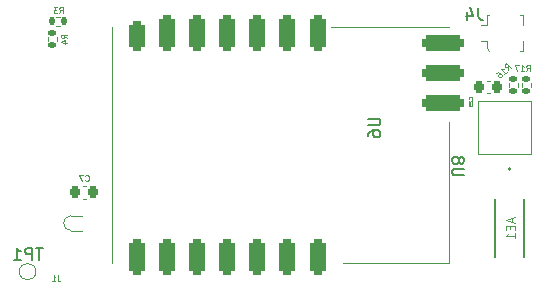
<source format=gbo>
G04 #@! TF.GenerationSoftware,KiCad,Pcbnew,7.0.5-0*
G04 #@! TF.CreationDate,2023-09-26T15:29:12-04:00*
G04 #@! TF.ProjectId,Rudolph_Tracker,5275646f-6c70-4685-9f54-7261636b6572,rev?*
G04 #@! TF.SameCoordinates,Original*
G04 #@! TF.FileFunction,Legend,Bot*
G04 #@! TF.FilePolarity,Positive*
%FSLAX46Y46*%
G04 Gerber Fmt 4.6, Leading zero omitted, Abs format (unit mm)*
G04 Created by KiCad (PCBNEW 7.0.5-0) date 2023-09-26 15:29:12*
%MOMM*%
%LPD*%
G01*
G04 APERTURE LIST*
G04 Aperture macros list*
%AMRoundRect*
0 Rectangle with rounded corners*
0 $1 Rounding radius*
0 $2 $3 $4 $5 $6 $7 $8 $9 X,Y pos of 4 corners*
0 Add a 4 corners polygon primitive as box body*
4,1,4,$2,$3,$4,$5,$6,$7,$8,$9,$2,$3,0*
0 Add four circle primitives for the rounded corners*
1,1,$1+$1,$2,$3*
1,1,$1+$1,$4,$5*
1,1,$1+$1,$6,$7*
1,1,$1+$1,$8,$9*
0 Add four rect primitives between the rounded corners*
20,1,$1+$1,$2,$3,$4,$5,0*
20,1,$1+$1,$4,$5,$6,$7,0*
20,1,$1+$1,$6,$7,$8,$9,0*
20,1,$1+$1,$8,$9,$2,$3,0*%
G04 Aperture macros list end*
%ADD10C,0.150000*%
%ADD11C,0.125000*%
%ADD12C,0.075000*%
%ADD13C,0.120000*%
%ADD14C,0.100000*%
%ADD15C,0.650000*%
%ADD16O,1.000000X2.100000*%
%ADD17O,1.000000X1.800000*%
%ADD18R,1.000000X1.000000*%
%ADD19R,2.200000X1.050000*%
%ADD20C,1.000000*%
%ADD21RoundRect,0.135000X-0.185000X0.135000X-0.185000X-0.135000X0.185000X-0.135000X0.185000X0.135000X0*%
%ADD22RoundRect,0.322500X0.322500X-1.177500X0.322500X1.177500X-0.322500X1.177500X-0.322500X-1.177500X0*%
%ADD23RoundRect,0.325000X0.325000X-1.175000X0.325000X1.175000X-0.325000X1.175000X-0.325000X-1.175000X0*%
%ADD24RoundRect,0.325000X0.325000X-0.925000X0.325000X0.925000X-0.325000X0.925000X-0.325000X-0.925000X0*%
%ADD25RoundRect,0.325000X-1.425000X-0.325000X1.425000X-0.325000X1.425000X0.325000X-1.425000X0.325000X0*%
%ADD26RoundRect,0.225000X-0.225000X-0.250000X0.225000X-0.250000X0.225000X0.250000X-0.225000X0.250000X0*%
%ADD27C,0.700000*%
%ADD28C,0.500000*%
%ADD29O,1.500000X0.800000*%
%ADD30C,0.270000*%
%ADD31R,2.259800X1.362800*%
%ADD32RoundRect,0.135000X0.135000X0.185000X-0.135000X0.185000X-0.135000X-0.185000X0.135000X-0.185000X0*%
%ADD33RoundRect,0.225000X0.225000X0.250000X-0.225000X0.250000X-0.225000X-0.250000X0.225000X-0.250000X0*%
%ADD34RoundRect,0.135000X0.185000X-0.135000X0.185000X0.135000X-0.185000X0.135000X-0.185000X-0.135000X0*%
G04 APERTURE END LIST*
D10*
X109233333Y-108054819D02*
X109233333Y-108769104D01*
X109233333Y-108769104D02*
X109280952Y-108911961D01*
X109280952Y-108911961D02*
X109376190Y-109007200D01*
X109376190Y-109007200D02*
X109519047Y-109054819D01*
X109519047Y-109054819D02*
X109614285Y-109054819D01*
X108328571Y-108388152D02*
X108328571Y-109054819D01*
X108566666Y-108007200D02*
X108804761Y-108721485D01*
X108804761Y-108721485D02*
X108185714Y-108721485D01*
X72361904Y-128406819D02*
X71790476Y-128406819D01*
X72076190Y-129406819D02*
X72076190Y-128406819D01*
X71457142Y-129406819D02*
X71457142Y-128406819D01*
X71457142Y-128406819D02*
X71076190Y-128406819D01*
X71076190Y-128406819D02*
X70980952Y-128454438D01*
X70980952Y-128454438D02*
X70933333Y-128502057D01*
X70933333Y-128502057D02*
X70885714Y-128597295D01*
X70885714Y-128597295D02*
X70885714Y-128740152D01*
X70885714Y-128740152D02*
X70933333Y-128835390D01*
X70933333Y-128835390D02*
X70980952Y-128883009D01*
X70980952Y-128883009D02*
X71076190Y-128930628D01*
X71076190Y-128930628D02*
X71457142Y-128930628D01*
X69933333Y-129406819D02*
X70504761Y-129406819D01*
X70219047Y-129406819D02*
X70219047Y-128406819D01*
X70219047Y-128406819D02*
X70314285Y-128549676D01*
X70314285Y-128549676D02*
X70409523Y-128644914D01*
X70409523Y-128644914D02*
X70504761Y-128692533D01*
D11*
X113321428Y-113424809D02*
X113488094Y-113186714D01*
X113607142Y-113424809D02*
X113607142Y-112924809D01*
X113607142Y-112924809D02*
X113416666Y-112924809D01*
X113416666Y-112924809D02*
X113369047Y-112948619D01*
X113369047Y-112948619D02*
X113345237Y-112972428D01*
X113345237Y-112972428D02*
X113321428Y-113020047D01*
X113321428Y-113020047D02*
X113321428Y-113091476D01*
X113321428Y-113091476D02*
X113345237Y-113139095D01*
X113345237Y-113139095D02*
X113369047Y-113162904D01*
X113369047Y-113162904D02*
X113416666Y-113186714D01*
X113416666Y-113186714D02*
X113607142Y-113186714D01*
X112845237Y-113424809D02*
X113130951Y-113424809D01*
X112988094Y-113424809D02*
X112988094Y-112924809D01*
X112988094Y-112924809D02*
X113035713Y-112996238D01*
X113035713Y-112996238D02*
X113083332Y-113043857D01*
X113083332Y-113043857D02*
X113130951Y-113067666D01*
X112678571Y-112924809D02*
X112345238Y-112924809D01*
X112345238Y-112924809D02*
X112559523Y-113424809D01*
D10*
X108045180Y-122261904D02*
X107235657Y-122261904D01*
X107235657Y-122261904D02*
X107140419Y-122214285D01*
X107140419Y-122214285D02*
X107092800Y-122166666D01*
X107092800Y-122166666D02*
X107045180Y-122071428D01*
X107045180Y-122071428D02*
X107045180Y-121880952D01*
X107045180Y-121880952D02*
X107092800Y-121785714D01*
X107092800Y-121785714D02*
X107140419Y-121738095D01*
X107140419Y-121738095D02*
X107235657Y-121690476D01*
X107235657Y-121690476D02*
X108045180Y-121690476D01*
X107616609Y-121071428D02*
X107664228Y-121166666D01*
X107664228Y-121166666D02*
X107711847Y-121214285D01*
X107711847Y-121214285D02*
X107807085Y-121261904D01*
X107807085Y-121261904D02*
X107854704Y-121261904D01*
X107854704Y-121261904D02*
X107949942Y-121214285D01*
X107949942Y-121214285D02*
X107997561Y-121166666D01*
X107997561Y-121166666D02*
X108045180Y-121071428D01*
X108045180Y-121071428D02*
X108045180Y-120880952D01*
X108045180Y-120880952D02*
X107997561Y-120785714D01*
X107997561Y-120785714D02*
X107949942Y-120738095D01*
X107949942Y-120738095D02*
X107854704Y-120690476D01*
X107854704Y-120690476D02*
X107807085Y-120690476D01*
X107807085Y-120690476D02*
X107711847Y-120738095D01*
X107711847Y-120738095D02*
X107664228Y-120785714D01*
X107664228Y-120785714D02*
X107616609Y-120880952D01*
X107616609Y-120880952D02*
X107616609Y-121071428D01*
X107616609Y-121071428D02*
X107568990Y-121166666D01*
X107568990Y-121166666D02*
X107521371Y-121214285D01*
X107521371Y-121214285D02*
X107426133Y-121261904D01*
X107426133Y-121261904D02*
X107235657Y-121261904D01*
X107235657Y-121261904D02*
X107140419Y-121214285D01*
X107140419Y-121214285D02*
X107092800Y-121166666D01*
X107092800Y-121166666D02*
X107045180Y-121071428D01*
X107045180Y-121071428D02*
X107045180Y-120880952D01*
X107045180Y-120880952D02*
X107092800Y-120785714D01*
X107092800Y-120785714D02*
X107140419Y-120738095D01*
X107140419Y-120738095D02*
X107235657Y-120690476D01*
X107235657Y-120690476D02*
X107426133Y-120690476D01*
X107426133Y-120690476D02*
X107521371Y-120738095D01*
X107521371Y-120738095D02*
X107568990Y-120785714D01*
X107568990Y-120785714D02*
X107616609Y-120880952D01*
D12*
X108706314Y-115807143D02*
X108720600Y-115792857D01*
X108720600Y-115792857D02*
X108734885Y-115750000D01*
X108734885Y-115750000D02*
X108734885Y-115721428D01*
X108734885Y-115721428D02*
X108720600Y-115678571D01*
X108720600Y-115678571D02*
X108692028Y-115650000D01*
X108692028Y-115650000D02*
X108663457Y-115635714D01*
X108663457Y-115635714D02*
X108606314Y-115621428D01*
X108606314Y-115621428D02*
X108563457Y-115621428D01*
X108563457Y-115621428D02*
X108506314Y-115635714D01*
X108506314Y-115635714D02*
X108477742Y-115650000D01*
X108477742Y-115650000D02*
X108449171Y-115678571D01*
X108449171Y-115678571D02*
X108434885Y-115721428D01*
X108434885Y-115721428D02*
X108434885Y-115750000D01*
X108434885Y-115750000D02*
X108449171Y-115792857D01*
X108449171Y-115792857D02*
X108463457Y-115807143D01*
X108463457Y-115921428D02*
X108449171Y-115935714D01*
X108449171Y-115935714D02*
X108434885Y-115964286D01*
X108434885Y-115964286D02*
X108434885Y-116035714D01*
X108434885Y-116035714D02*
X108449171Y-116064286D01*
X108449171Y-116064286D02*
X108463457Y-116078571D01*
X108463457Y-116078571D02*
X108492028Y-116092857D01*
X108492028Y-116092857D02*
X108520600Y-116092857D01*
X108520600Y-116092857D02*
X108563457Y-116078571D01*
X108563457Y-116078571D02*
X108734885Y-115907143D01*
X108734885Y-115907143D02*
X108734885Y-116092857D01*
X108434885Y-116364285D02*
X108434885Y-116221428D01*
X108434885Y-116221428D02*
X108577742Y-116207142D01*
X108577742Y-116207142D02*
X108563457Y-116221428D01*
X108563457Y-116221428D02*
X108549171Y-116250000D01*
X108549171Y-116250000D02*
X108549171Y-116321428D01*
X108549171Y-116321428D02*
X108563457Y-116350000D01*
X108563457Y-116350000D02*
X108577742Y-116364285D01*
X108577742Y-116364285D02*
X108606314Y-116378571D01*
X108606314Y-116378571D02*
X108677742Y-116378571D01*
X108677742Y-116378571D02*
X108706314Y-116364285D01*
X108706314Y-116364285D02*
X108720600Y-116350000D01*
X108720600Y-116350000D02*
X108734885Y-116321428D01*
X108734885Y-116321428D02*
X108734885Y-116250000D01*
X108734885Y-116250000D02*
X108720600Y-116221428D01*
X108720600Y-116221428D02*
X108706314Y-116207142D01*
D11*
X73666666Y-130724809D02*
X73666666Y-131081952D01*
X73666666Y-131081952D02*
X73690475Y-131153380D01*
X73690475Y-131153380D02*
X73738094Y-131201000D01*
X73738094Y-131201000D02*
X73809523Y-131224809D01*
X73809523Y-131224809D02*
X73857142Y-131224809D01*
X73166666Y-131224809D02*
X73452380Y-131224809D01*
X73309523Y-131224809D02*
X73309523Y-130724809D01*
X73309523Y-130724809D02*
X73357142Y-130796238D01*
X73357142Y-130796238D02*
X73404761Y-130843857D01*
X73404761Y-130843857D02*
X73452380Y-130867666D01*
D10*
X99954819Y-117438095D02*
X100764342Y-117438095D01*
X100764342Y-117438095D02*
X100859580Y-117485714D01*
X100859580Y-117485714D02*
X100907200Y-117533333D01*
X100907200Y-117533333D02*
X100954819Y-117628571D01*
X100954819Y-117628571D02*
X100954819Y-117819047D01*
X100954819Y-117819047D02*
X100907200Y-117914285D01*
X100907200Y-117914285D02*
X100859580Y-117961904D01*
X100859580Y-117961904D02*
X100764342Y-118009523D01*
X100764342Y-118009523D02*
X99954819Y-118009523D01*
X99954819Y-118914285D02*
X99954819Y-118723809D01*
X99954819Y-118723809D02*
X100002438Y-118628571D01*
X100002438Y-118628571D02*
X100050057Y-118580952D01*
X100050057Y-118580952D02*
X100192914Y-118485714D01*
X100192914Y-118485714D02*
X100383390Y-118438095D01*
X100383390Y-118438095D02*
X100764342Y-118438095D01*
X100764342Y-118438095D02*
X100859580Y-118485714D01*
X100859580Y-118485714D02*
X100907200Y-118533333D01*
X100907200Y-118533333D02*
X100954819Y-118628571D01*
X100954819Y-118628571D02*
X100954819Y-118819047D01*
X100954819Y-118819047D02*
X100907200Y-118914285D01*
X100907200Y-118914285D02*
X100859580Y-118961904D01*
X100859580Y-118961904D02*
X100764342Y-119009523D01*
X100764342Y-119009523D02*
X100526247Y-119009523D01*
X100526247Y-119009523D02*
X100431009Y-118961904D01*
X100431009Y-118961904D02*
X100383390Y-118914285D01*
X100383390Y-118914285D02*
X100335771Y-118819047D01*
X100335771Y-118819047D02*
X100335771Y-118628571D01*
X100335771Y-118628571D02*
X100383390Y-118533333D01*
X100383390Y-118533333D02*
X100431009Y-118485714D01*
X100431009Y-118485714D02*
X100526247Y-118438095D01*
D11*
X111786248Y-113331680D02*
X111735740Y-113045470D01*
X111988278Y-113129649D02*
X111634725Y-112776096D01*
X111634725Y-112776096D02*
X111500038Y-112910783D01*
X111500038Y-112910783D02*
X111483202Y-112961291D01*
X111483202Y-112961291D02*
X111483202Y-112994962D01*
X111483202Y-112994962D02*
X111500038Y-113045470D01*
X111500038Y-113045470D02*
X111550546Y-113095978D01*
X111550546Y-113095978D02*
X111601053Y-113112813D01*
X111601053Y-113112813D02*
X111634725Y-113112813D01*
X111634725Y-113112813D02*
X111685233Y-113095978D01*
X111685233Y-113095978D02*
X111819920Y-112961291D01*
X111449530Y-113668397D02*
X111651561Y-113466367D01*
X111550546Y-113567382D02*
X111196992Y-113213829D01*
X111196992Y-113213829D02*
X111281172Y-113230665D01*
X111281172Y-113230665D02*
X111348515Y-113230665D01*
X111348515Y-113230665D02*
X111399023Y-113213829D01*
X110792931Y-113617889D02*
X110860275Y-113550546D01*
X110860275Y-113550546D02*
X110910783Y-113533710D01*
X110910783Y-113533710D02*
X110944454Y-113533710D01*
X110944454Y-113533710D02*
X111028634Y-113550546D01*
X111028634Y-113550546D02*
X111112813Y-113601054D01*
X111112813Y-113601054D02*
X111247500Y-113735741D01*
X111247500Y-113735741D02*
X111264336Y-113786248D01*
X111264336Y-113786248D02*
X111264336Y-113819920D01*
X111264336Y-113819920D02*
X111247500Y-113870428D01*
X111247500Y-113870428D02*
X111180157Y-113937771D01*
X111180157Y-113937771D02*
X111129649Y-113954607D01*
X111129649Y-113954607D02*
X111095977Y-113954607D01*
X111095977Y-113954607D02*
X111045470Y-113937771D01*
X111045470Y-113937771D02*
X110961290Y-113853592D01*
X110961290Y-113853592D02*
X110944454Y-113803084D01*
X110944454Y-113803084D02*
X110944454Y-113769412D01*
X110944454Y-113769412D02*
X110961290Y-113718905D01*
X110961290Y-113718905D02*
X111028634Y-113651561D01*
X111028634Y-113651561D02*
X111079141Y-113634725D01*
X111079141Y-113634725D02*
X111112813Y-113634725D01*
X111112813Y-113634725D02*
X111163321Y-113651561D01*
X112136178Y-125822400D02*
X112136178Y-126179543D01*
X112350464Y-125750971D02*
X111600464Y-126000971D01*
X111600464Y-126000971D02*
X112350464Y-126250971D01*
X111957607Y-126500971D02*
X111957607Y-126750971D01*
X112350464Y-126858114D02*
X112350464Y-126500971D01*
X112350464Y-126500971D02*
X111600464Y-126500971D01*
X111600464Y-126500971D02*
X111600464Y-126858114D01*
X112350464Y-127572399D02*
X112350464Y-127143828D01*
X112350464Y-127358113D02*
X111600464Y-127358113D01*
X111600464Y-127358113D02*
X111707607Y-127286685D01*
X111707607Y-127286685D02*
X111779035Y-127215256D01*
X111779035Y-127215256D02*
X111814750Y-127143828D01*
X73773333Y-108524809D02*
X73939999Y-108286714D01*
X74059047Y-108524809D02*
X74059047Y-108024809D01*
X74059047Y-108024809D02*
X73868571Y-108024809D01*
X73868571Y-108024809D02*
X73820952Y-108048619D01*
X73820952Y-108048619D02*
X73797142Y-108072428D01*
X73797142Y-108072428D02*
X73773333Y-108120047D01*
X73773333Y-108120047D02*
X73773333Y-108191476D01*
X73773333Y-108191476D02*
X73797142Y-108239095D01*
X73797142Y-108239095D02*
X73820952Y-108262904D01*
X73820952Y-108262904D02*
X73868571Y-108286714D01*
X73868571Y-108286714D02*
X74059047Y-108286714D01*
X73606666Y-108024809D02*
X73297142Y-108024809D01*
X73297142Y-108024809D02*
X73463809Y-108215285D01*
X73463809Y-108215285D02*
X73392380Y-108215285D01*
X73392380Y-108215285D02*
X73344761Y-108239095D01*
X73344761Y-108239095D02*
X73320952Y-108262904D01*
X73320952Y-108262904D02*
X73297142Y-108310523D01*
X73297142Y-108310523D02*
X73297142Y-108429571D01*
X73297142Y-108429571D02*
X73320952Y-108477190D01*
X73320952Y-108477190D02*
X73344761Y-108501000D01*
X73344761Y-108501000D02*
X73392380Y-108524809D01*
X73392380Y-108524809D02*
X73535237Y-108524809D01*
X73535237Y-108524809D02*
X73582856Y-108501000D01*
X73582856Y-108501000D02*
X73606666Y-108477190D01*
X75983333Y-122677190D02*
X76007142Y-122701000D01*
X76007142Y-122701000D02*
X76078571Y-122724809D01*
X76078571Y-122724809D02*
X76126190Y-122724809D01*
X76126190Y-122724809D02*
X76197618Y-122701000D01*
X76197618Y-122701000D02*
X76245237Y-122653380D01*
X76245237Y-122653380D02*
X76269047Y-122605761D01*
X76269047Y-122605761D02*
X76292856Y-122510523D01*
X76292856Y-122510523D02*
X76292856Y-122439095D01*
X76292856Y-122439095D02*
X76269047Y-122343857D01*
X76269047Y-122343857D02*
X76245237Y-122296238D01*
X76245237Y-122296238D02*
X76197618Y-122248619D01*
X76197618Y-122248619D02*
X76126190Y-122224809D01*
X76126190Y-122224809D02*
X76078571Y-122224809D01*
X76078571Y-122224809D02*
X76007142Y-122248619D01*
X76007142Y-122248619D02*
X75983333Y-122272428D01*
X75816666Y-122224809D02*
X75483333Y-122224809D01*
X75483333Y-122224809D02*
X75697618Y-122724809D01*
X74424809Y-110616666D02*
X74186714Y-110450000D01*
X74424809Y-110330952D02*
X73924809Y-110330952D01*
X73924809Y-110330952D02*
X73924809Y-110521428D01*
X73924809Y-110521428D02*
X73948619Y-110569047D01*
X73948619Y-110569047D02*
X73972428Y-110592857D01*
X73972428Y-110592857D02*
X74020047Y-110616666D01*
X74020047Y-110616666D02*
X74091476Y-110616666D01*
X74091476Y-110616666D02*
X74139095Y-110592857D01*
X74139095Y-110592857D02*
X74162904Y-110569047D01*
X74162904Y-110569047D02*
X74186714Y-110521428D01*
X74186714Y-110521428D02*
X74186714Y-110330952D01*
X74091476Y-111045238D02*
X74424809Y-111045238D01*
X73901000Y-110926190D02*
X74258142Y-110807143D01*
X74258142Y-110807143D02*
X74258142Y-111116666D01*
D13*
X112800000Y-111700000D02*
X113000000Y-111700000D01*
X113000000Y-111700000D02*
X113000000Y-110900000D01*
X110000000Y-111500000D02*
X110200000Y-111700000D01*
X110000000Y-110900000D02*
X110000000Y-111500000D01*
X110000000Y-110900000D02*
X109500000Y-110900000D01*
X110000000Y-109500000D02*
X109500000Y-109500000D01*
X113000000Y-109500000D02*
X113000000Y-108700000D01*
X110000000Y-108700000D02*
X110000000Y-109500000D01*
X110200000Y-108700000D02*
X110000000Y-108700000D01*
X113000000Y-108700000D02*
X112800000Y-108700000D01*
X71800000Y-130400000D02*
G75*
G03*
X71800000Y-130400000I-700000J0D01*
G01*
X113680000Y-114446359D02*
X113680000Y-114753641D01*
X112920000Y-114446359D02*
X112920000Y-114753641D01*
X106800000Y-129700000D02*
X97800000Y-129700000D01*
X106800000Y-129700000D02*
X106800000Y-117700000D01*
X78200000Y-109700000D02*
X78200000Y-129700000D01*
X106800000Y-109700000D02*
X96800000Y-109700000D01*
X109959420Y-114290000D02*
X110240580Y-114290000D01*
X109959420Y-115310000D02*
X110240580Y-115310000D01*
D14*
X74781000Y-126930000D02*
X75670000Y-126930000D01*
X74781000Y-125660000D02*
X75670000Y-125660000D01*
X74781000Y-125660000D02*
G75*
G03*
X74781000Y-126930000I0J-635000D01*
G01*
X109250000Y-115950000D02*
X113750000Y-115950000D01*
X113750000Y-115950000D02*
X113750000Y-120450000D01*
X113750000Y-120450000D02*
X109250000Y-120450000D01*
X109250000Y-120450000D02*
X109250000Y-115950000D01*
D13*
X112580000Y-114446359D02*
X112580000Y-114753641D01*
X111820000Y-114446359D02*
X111820000Y-114753641D01*
D10*
X113131900Y-124235420D02*
X113131900Y-129164580D01*
X110668100Y-129164580D02*
X110668100Y-124235420D01*
X111976200Y-121717701D02*
G75*
G03*
X111976200Y-121717701I-76200J0D01*
G01*
D13*
X73843641Y-109580000D02*
X73536359Y-109580000D01*
X73843641Y-108820000D02*
X73536359Y-108820000D01*
X76040580Y-124210000D02*
X75759420Y-124210000D01*
X76040580Y-123190000D02*
X75759420Y-123190000D01*
X72820000Y-110853641D02*
X72820000Y-110546359D01*
X73580000Y-110853641D02*
X73580000Y-110546359D01*
%LPC*%
D15*
X77690000Y-112305000D03*
X71910000Y-112305000D03*
D16*
X79120000Y-112805000D03*
D17*
X79120000Y-108625000D03*
D16*
X70480000Y-112805000D03*
D17*
X70480000Y-108625000D03*
D18*
X110000000Y-110200000D03*
D19*
X111500000Y-111675000D03*
D18*
X113000000Y-110200000D03*
D19*
X111500000Y-108725000D03*
D20*
X71100000Y-130400000D03*
D21*
X113300000Y-114090000D03*
X113300000Y-115110000D03*
D22*
X95645000Y-129200000D03*
D23*
X93100000Y-129200000D03*
X90560000Y-129200000D03*
X88020000Y-129200000D03*
X85480000Y-129200000D03*
X82940000Y-129200000D03*
X80400000Y-129200000D03*
D24*
X80400000Y-110450000D03*
D23*
X82940000Y-110200000D03*
X85480000Y-110200000D03*
X88020000Y-110200000D03*
X90560000Y-110200000D03*
X93100000Y-110200000D03*
D22*
X95645000Y-110200000D03*
D25*
X106250000Y-111030000D03*
X106250000Y-113570000D03*
X106250000Y-116110000D03*
D26*
X109325000Y-114800000D03*
X110875000Y-114800000D03*
D27*
X76305000Y-130740000D03*
D28*
X76305000Y-129470000D03*
X76305000Y-128200000D03*
X76305000Y-126930000D03*
D27*
X76305000Y-125660000D03*
D29*
X75150000Y-126295000D03*
X75150000Y-127565000D03*
X75150000Y-128835000D03*
X75150000Y-130105000D03*
D30*
X109500000Y-116200000D03*
X109500000Y-116700000D03*
X109500000Y-117200000D03*
X109500000Y-117700000D03*
X109500000Y-118200000D03*
X109500000Y-118700000D03*
X109500000Y-119200000D03*
X109500000Y-119700000D03*
X109488389Y-120210711D03*
X110000000Y-116200000D03*
X110000000Y-116700000D03*
X110000000Y-119700000D03*
X110000000Y-120200000D03*
X110500000Y-116200000D03*
X110500000Y-117200000D03*
X110500000Y-117700000D03*
X110500000Y-118200000D03*
X110500000Y-118700000D03*
X110500000Y-119200000D03*
X110500000Y-120200000D03*
X111000000Y-116200000D03*
X111000000Y-116700000D03*
X111000000Y-120200000D03*
X111500000Y-116200000D03*
X111500000Y-116700000D03*
X111500000Y-117200000D03*
X111500000Y-117700000D03*
X111500000Y-119200000D03*
X111500000Y-120200000D03*
X112000000Y-116200000D03*
X112000000Y-117200000D03*
X112000000Y-117700000D03*
X112000000Y-119200000D03*
X112000000Y-120200000D03*
X112500000Y-116200000D03*
X112500000Y-117200000D03*
X112500000Y-117700000D03*
X112500000Y-118200000D03*
X112500000Y-118700000D03*
X112500000Y-119200000D03*
X112500000Y-120200000D03*
X113000000Y-116200000D03*
X113000000Y-119700000D03*
X113000000Y-120200000D03*
X113500000Y-116200000D03*
X113500000Y-116700000D03*
X113500000Y-117200000D03*
X113500000Y-117700000D03*
X113500000Y-118200000D03*
X113500000Y-118700000D03*
X113500000Y-119200000D03*
X113500000Y-119700000D03*
X113500000Y-120200000D03*
D21*
X112200000Y-114090000D03*
X112200000Y-115110000D03*
D31*
X111900000Y-123237299D03*
X111900000Y-130162701D03*
D32*
X74200000Y-109200000D03*
X73180000Y-109200000D03*
D33*
X76675000Y-123700000D03*
X75125000Y-123700000D03*
D34*
X73200000Y-111210000D03*
X73200000Y-110190000D03*
%LPD*%
M02*

</source>
